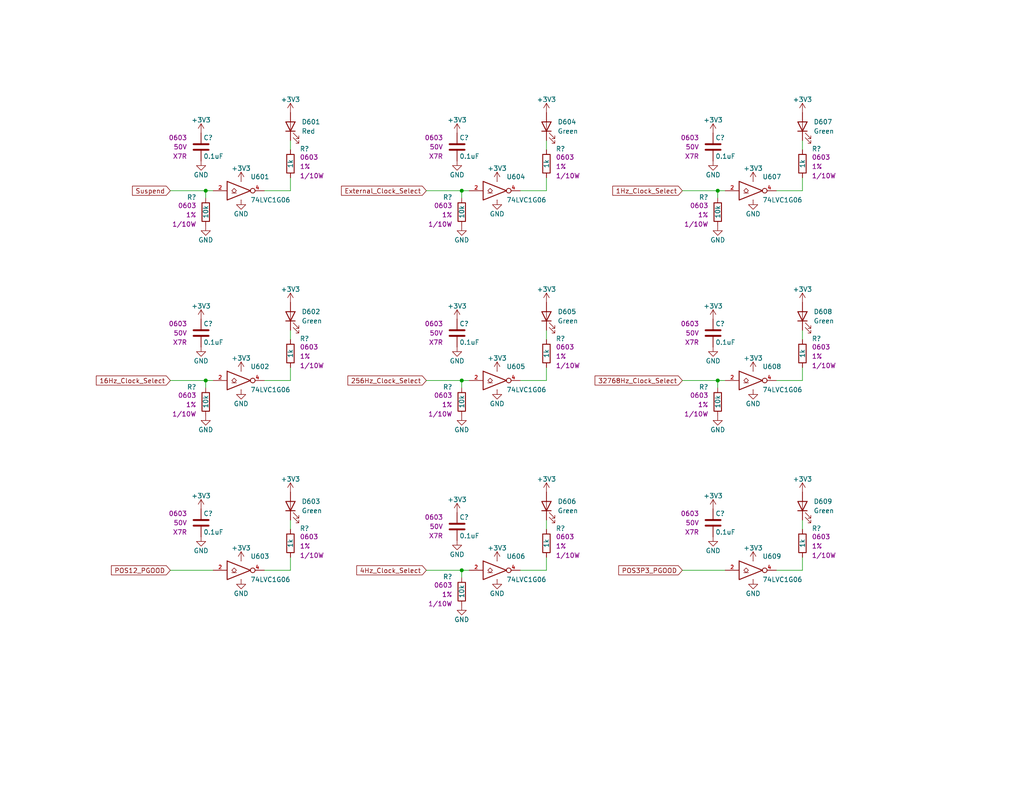
<source format=kicad_sch>
(kicad_sch (version 20230121) (generator eeschema)
  (paper "A")
  (title_block (title "Incrementor") (date "2019-09-03") (rev "A") (company "Drew Maatman"))
  (lib_symbols
    (symbol "Custom_Library:74LVC1G06_Power" (pin_names (offset 1.016))
      (property "Reference" "U" (at 2.54 3.81 0))
      (property "Value" "74LVC1G06_Power" (at 2.54 -2.54 0))
      (symbol "74LVC1G06_Power_0_1"
        (polyline (pts (xy -2.54 -0.635) (xy -1.27 -0.635)))
        (polyline (pts (xy -3.81 2.54) (xy -3.81 -2.54) (xy 2.54 0) (xy -3.81 2.54)) (stroke (width 0.254)))
        (polyline (pts (xy -1.905 0.635) (xy -2.54 0) (xy -1.905 -0.635) (xy -1.27 0) (xy -1.905 0.635)))
      )
      (symbol "74LVC1G06_Power_1_1"
        (pin input line (at -7.62 0 0) (length 3.81) (name "~") (number "2"))
        (pin power_in line (at 0 -2.54 270) (length 0) (name "GND") (number "3"))
        (pin open_collector inverted (at 6.35 0 180) (length 3.81) (name "~") (number "4"))
        (pin power_in line (at 0 2.54 90) (length 0) (name "VCC") (number "5"))
      )
    )
    (symbol "Custom_Library:C_Custom" (pin_numbers hide) (pin_names (offset 0.254))
      (property "Reference" "C" (at 0.635 2.54 0))
      (property "Value" "C_Custom" (at 0.635 -2.54 0))
      (property "display_footprint" "Foot" (at -3.81 2.54 0))
      (property "Voltage" "V" (at -3.81 0 0))
      (property "Dielectric" "Er" (at -3.81 -2.54 0))
      (symbol "C_Custom_0_1"
        (polyline (pts (xy -2.032 -0.762) (xy 2.032 -0.762)) (stroke (width 0.508)))
        (polyline (pts (xy -2.032 0.762) (xy 2.032 0.762)) (stroke (width 0.508)))
      )
      (symbol "C_Custom_1_1"
        (pin passive line (at 0 3.81 270) (length 2.794) (name "~") (number "1"))
        (pin passive line (at 0 -3.81 90) (length 2.794) (name "~") (number "2"))
      )
    )
    (symbol "Custom_Library:R_Custom" (pin_numbers hide) (pin_names (offset 1.016) hide)
      (property "Reference" "R" (at -2.54 0 90))
      (property "Value" "R_Custom" (at 0 0 90))
      (property "display_footprint" "Foot" (at 2.54 0 90))
      (property "Tolerance" "Tol" (at 5.08 0 90))
      (property "Wattage" "W" (at 7.62 0 90))
      (symbol "R_Custom_0_1"
        (rectangle (start 1.016 2.54) (end -1.016 -2.54) (stroke (width 0.254)))
      )
      (symbol "R_Custom_1_1"
        (pin passive line (at 0 3.81 270) (length 1.27) (name "1") (number "1"))
        (pin passive line (at 0 -3.81 90) (length 1.27) (name "2") (number "2"))
      )
    )
    (symbol "Device:LED" (pin_numbers hide) (pin_names (offset 1.016) hide)
      (property "Reference" "D" (at 0 2.54 0))
      (property "Value" "LED" (at 0 -2.54 0))
      (symbol "LED_0_1"
        (polyline (pts (xy -1.27 -1.27) (xy -1.27 1.27)) (stroke (width 0.254)))
        (polyline (pts (xy -1.27 0) (xy 1.27 0)))
        (polyline (pts (xy 1.27 -1.27) (xy 1.27 1.27) (xy -1.27 0) (xy 1.27 -1.27)) (stroke (width 0.254)))
        (polyline (pts (xy -3.048 -0.762) (xy -4.572 -2.286) (xy -3.81 -2.286) (xy -4.572 -2.286) (xy -4.572 -1.524)))
        (polyline (pts (xy -1.778 -0.762) (xy -3.302 -2.286) (xy -2.54 -2.286) (xy -3.302 -2.286) (xy -3.302 -1.524)))
      )
      (symbol "LED_1_1"
        (pin passive line (at -3.81 0 0) (length 2.54) (name "K") (number "1"))
        (pin passive line (at 3.81 0 180) (length 2.54) (name "A") (number "2"))
      )
    )
    (symbol "Incrementor-rescue:+3.3V-power" (power) (pin_names (offset 0))
      (property "Value" "+3.3V-power" (at 0 3.556 0))
      (symbol "+3.3V-power_0_1"
        (polyline (pts (xy -0.762 1.27) (xy 0 2.54)))
        (polyline (pts (xy 0 0) (xy 0 2.54)))
        (polyline (pts (xy 0 2.54) (xy 0.762 1.27)))
      )
      (symbol "+3.3V-power_1_1"
        (pin power_in line (at 0 0 90) (length 0) hide (name "+3V3") (number "1"))
      )
    )
    (symbol "power:GND" (power) (pin_names (offset 0))
      (property "Value" "GND" (at 0 -3.81 0))
      (symbol "GND_0_1"
        (polyline (pts (xy 0 0) (xy 0 -1.27) (xy 1.27 -1.27) (xy 0 -2.54) (xy -1.27 -1.27) (xy 0 -1.27)))
      )
      (symbol "GND_1_1"
        (pin power_in line (at 0 0 270) (length 0) hide (name "GND") (number "1"))
      )
    )
  )
  (junction (at 125.984 155.702))
  (junction (at 125.984 52.07))
  (junction (at 195.834 103.886))
  (junction (at 195.834 52.07))
  (junction (at 56.134 103.886))
  (junction (at 125.984 103.886))
  (junction (at 56.134 52.07))
  (wire (pts (xy 125.984 52.07) (xy 128.016 52.07)))
  (wire (pts (xy 46.482 52.07) (xy 56.134 52.07)))
  (wire (pts (xy 149.098 90.17) (xy 149.098 92.71)))
  (wire (pts (xy 149.098 38.354) (xy 149.098 40.894)))
  (wire (pts (xy 125.984 157.734) (xy 125.984 155.702)))
  (wire (pts (xy 79.248 90.17) (xy 79.248 92.71)))
  (wire (pts (xy 56.134 105.918) (xy 56.134 103.886)))
  (wire (pts (xy 195.834 103.886) (xy 197.866 103.886)))
  (wire (pts (xy 218.948 48.514) (xy 218.948 52.07)))
  (wire (pts (xy 218.948 155.702) (xy 211.836 155.702)))
  (wire (pts (xy 218.948 141.986) (xy 218.948 144.526)))
  (wire (pts (xy 116.332 52.07) (xy 125.984 52.07)))
  (wire (pts (xy 125.984 155.702) (xy 128.016 155.702)))
  (wire (pts (xy 56.134 52.07) (xy 58.166 52.07)))
  (wire (pts (xy 79.248 48.514) (xy 79.248 52.07)))
  (wire (pts (xy 218.948 100.33) (xy 218.948 103.886)))
  (wire (pts (xy 79.248 52.07) (xy 72.136 52.07)))
  (wire (pts (xy 149.098 141.986) (xy 149.098 144.526)))
  (wire (pts (xy 56.134 54.102) (xy 56.134 52.07)))
  (wire (pts (xy 79.248 100.33) (xy 79.248 103.886)))
  (wire (pts (xy 79.248 152.146) (xy 79.248 155.702)))
  (wire (pts (xy 46.482 103.886) (xy 56.134 103.886)))
  (wire (pts (xy 149.098 100.33) (xy 149.098 103.886)))
  (wire (pts (xy 195.834 54.102) (xy 195.834 52.07)))
  (wire (pts (xy 195.834 105.918) (xy 195.834 103.886)))
  (wire (pts (xy 79.248 38.354) (xy 79.248 40.894)))
  (wire (pts (xy 186.182 103.886) (xy 195.834 103.886)))
  (wire (pts (xy 218.948 90.17) (xy 218.948 92.71)))
  (wire (pts (xy 149.098 48.514) (xy 149.098 52.07)))
  (wire (pts (xy 56.134 103.886) (xy 58.166 103.886)))
  (wire (pts (xy 125.984 105.918) (xy 125.984 103.886)))
  (wire (pts (xy 116.332 155.702) (xy 125.984 155.702)))
  (wire (pts (xy 149.098 152.146) (xy 149.098 155.702)))
  (wire (pts (xy 79.248 141.986) (xy 79.248 144.526)))
  (wire (pts (xy 218.948 152.146) (xy 218.948 155.702)))
  (wire (pts (xy 149.098 155.702) (xy 141.986 155.702)))
  (wire (pts (xy 79.248 155.702) (xy 72.136 155.702)))
  (wire (pts (xy 79.248 103.886) (xy 72.136 103.886)))
  (wire (pts (xy 218.948 103.886) (xy 211.836 103.886)))
  (wire (pts (xy 218.948 38.354) (xy 218.948 40.894)))
  (wire (pts (xy 125.984 103.886) (xy 128.016 103.886)))
  (wire (pts (xy 197.866 155.702) (xy 186.182 155.702)))
  (wire (pts (xy 149.098 52.07) (xy 141.986 52.07)))
  (wire (pts (xy 149.098 103.886) (xy 141.986 103.886)))
  (wire (pts (xy 186.182 52.07) (xy 195.834 52.07)))
  (wire (pts (xy 125.984 54.102) (xy 125.984 52.07)))
  (wire (pts (xy 58.166 155.702) (xy 46.482 155.702)))
  (wire (pts (xy 116.332 103.886) (xy 125.984 103.886)))
  (wire (pts (xy 195.834 52.07) (xy 197.866 52.07)))
  (wire (pts (xy 218.948 52.07) (xy 211.836 52.07)))
  (global_label "POS12_PGOOD" (shape input) (at 46.482 155.702 180) (property "Intersheetrefs" "${INTERSHEET_REFS}" (effects hide)))
  (global_label "4Hz_Clock_Select" (shape input) (at 116.332 155.702 180) (property "Intersheetrefs" "${INTERSHEET_REFS}" (effects hide)))
  (global_label "1Hz_Clock_Select" (shape input) (at 186.182 52.07 180) (property "Intersheetrefs" "${INTERSHEET_REFS}" (effects hide)))
  (global_label "External_Clock_Select" (shape input) (at 116.332 52.07 180) (property "Intersheetrefs" "${INTERSHEET_REFS}" (effects hide)))
  (global_label "Suspend" (shape input) (at 46.482 52.07 180) (property "Intersheetrefs" "${INTERSHEET_REFS}" (effects hide)))
  (global_label "POS3P3_PGOOD" (shape input) (at 186.182 155.702 180) (property "Intersheetrefs" "${INTERSHEET_REFS}" (effects hide)))
  (global_label "32768Hz_Clock_Select" (shape input) (at 186.182 103.886 180) (property "Intersheetrefs" "${INTERSHEET_REFS}" (effects hide)))
  (global_label "256Hz_Clock_Select" (shape input) (at 116.332 103.886 180) (property "Intersheetrefs" "${INTERSHEET_REFS}" (effects hide)))
  (global_label "16Hz_Clock_Select" (shape input) (at 46.482 103.886 180) (property "Intersheetrefs" "${INTERSHEET_REFS}" (effects hide)))
  (symbol (lib_id "Custom_Library:74LVC1G06_Power") (at 65.786 155.702 0) (unit 1)
    (property "Reference" "U603" (at 68.326 151.892 0) (effects (justify left)))
    (property "Value" "74LVC1G06" (at 68.326 158.242 0) (effects (justify left)))
    (property "Footprint" "TO_SOT_Packages_SMD:SOT-353_SC-70-5" (effects hide))
    (property "Datasheet" "http://www.ti.com/lit/ds/symlink/sn74lvc1g06.pdf" (effects hide))
    (property "Digi-Key PN" "296-8484-1-ND" (effects hide))
  )
  (symbol (lib_id "power:GND") (at 65.786 158.242 0) (unit 1)
    (property "Reference" "#PWR0614" (effects hide))
    (property "Value" "GND" (at 65.786 162.052 0))
  )
  (symbol (lib_id "Incrementor-rescue:+3.3V-power") (at 65.786 153.162 0) (unit 1)
    (property "Reference" "#PWR0613" (effects hide))
    (property "Value" "+3.3V" (at 65.786 149.606 0))
  )
  (symbol (lib_id "Custom_Library:R_Custom") (at 79.248 148.336 0) (unit 1)
    (property "Reference" "R?" (at 81.788 144.272 0) (effects (justify left)))
    (property "Value" "1k" (at 79.248 148.336 90))
    (property "Footprint" "Resistors_SMD:R_0603" (effects hide))
    (property "display_footprint" "0603" (at 81.788 146.558 0) (effects (justify left)))
    (property "Tolerance" "1%" (at 81.788 149.098 0) (effects (justify left)))
    (property "Wattage" "1/10W" (at 81.788 151.638 0) (effects (justify left)))
    (property "Digi-Key PN" "RHM1.0KDCT-ND" (effects hide))
    (instances (project "Incrementor" (path "" (reference "R?") (unit 1)) (path "" (reference "R?") (unit 1)) (path "" (reference "R605") (unit 1))))
  )
  (symbol (lib_id "Device:LED") (at 79.248 138.176 90) (unit 1)
    (property "Reference" "D603" (at 82.296 136.906 90) (effects (justify right)))
    (property "Value" "Green" (at 82.296 139.446 90) (effects (justify right)))
    (property "Footprint" "LEDs:LED_0603" (effects hide))
    (property "Digi-Key PN" "160-1446-1-ND" (effects hide))
  )
  (symbol (lib_id "Incrementor-rescue:+3.3V-power") (at 79.248 134.366 0) (unit 1)
    (property "Reference" "#PWR0617" (effects hide))
    (property "Value" "+3.3V" (at 79.248 130.81 0))
  )
  (symbol (lib_id "Custom_Library:C_Custom") (at 54.864 142.748 0) (unit 1)
    (property "Reference" "C?" (at 55.499 140.208 0) (effects (justify left)))
    (property "Value" "0.1uF" (at 55.499 145.288 0) (effects (justify left)))
    (property "Footprint" "Capacitors_SMD:C_0603" (effects hide))
    (property "display_footprint" "0603" (at 51.054 140.208 0) (effects (justify right)))
    (property "Voltage" "50V" (at 51.054 142.748 0) (effects (justify right)))
    (property "Dielectric" "X7R" (at 51.054 145.288 0) (effects (justify right)))
    (property "Digi-Key PN" "311-1344-1-ND" (effects hide))
    (instances (project "Incrementor" (path "" (reference "C?") (unit 1)) (path "" (reference "C603") (unit 1)) (path "" (reference "C?") (unit 1)) (path "" (reference "C?") (unit 1))))
  )
  (symbol (lib_id "power:GND") (at 54.864 146.558 0) (unit 1)
    (property "Reference" "#PWR0606" (effects hide))
    (property "Value" "GND" (at 54.864 150.368 0))
  )
  (symbol (lib_id "Incrementor-rescue:+3.3V-power") (at 54.864 138.938 0) (unit 1)
    (property "Reference" "#PWR0605" (effects hide))
    (property "Value" "+3.3V" (at 54.864 135.382 0))
  )
  (symbol (lib_id "Custom_Library:74LVC1G06_Power") (at 65.786 52.07 0) (unit 1)
    (property "Reference" "U601" (at 68.326 48.26 0) (effects (justify left)))
    (property "Value" "74LVC1G06" (at 68.326 54.61 0) (effects (justify left)))
    (property "Footprint" "TO_SOT_Packages_SMD:SOT-353_SC-70-5" (effects hide))
    (property "Datasheet" "http://www.ti.com/lit/ds/symlink/sn74lvc1g06.pdf" (effects hide))
    (property "Digi-Key PN" "296-8484-1-ND" (effects hide))
  )
  (symbol (lib_id "power:GND") (at 65.786 54.61 0) (unit 1)
    (property "Reference" "#PWR0610" (effects hide))
    (property "Value" "GND" (at 65.786 58.42 0))
  )
  (symbol (lib_id "Incrementor-rescue:+3.3V-power") (at 65.786 49.53 0) (unit 1)
    (property "Reference" "#PWR0609" (effects hide))
    (property "Value" "+3.3V" (at 65.786 45.974 0))
  )
  (symbol (lib_id "Custom_Library:R_Custom") (at 56.134 57.912 0) (mirror y) (unit 1)
    (property "Reference" "R?" (at 53.594 53.848 0) (effects (justify left)))
    (property "Value" "10k" (at 56.134 59.69 90) (effects (justify left)))
    (property "Footprint" "Resistors_SMD:R_0603" (effects hide))
    (property "display_footprint" "0603" (at 53.594 56.134 0) (effects (justify left)))
    (property "Tolerance" "1%" (at 53.594 58.674 0) (effects (justify left)))
    (property "Wattage" "1/10W" (at 53.594 61.214 0) (effects (justify left)))
    (property "Digi-Key PN" "RMCF0603FT10K0CT-ND" (effects hide))
    (instances (project "Incrementor" (path "" (reference "R?") (unit 1)) (path "" (reference "R?") (unit 1)) (path "" (reference "R601") (unit 1))))
  )
  (symbol (lib_id "power:GND") (at 56.134 61.722 0) (unit 1)
    (property "Reference" "#PWR0607" (effects hide))
    (property "Value" "GND" (at 56.134 65.532 0))
  )
  (symbol (lib_id "Custom_Library:R_Custom") (at 79.248 44.704 0) (unit 1)
    (property "Reference" "R?" (at 81.788 40.64 0) (effects (justify left)))
    (property "Value" "1k" (at 79.248 44.704 90))
    (property "Footprint" "Resistors_SMD:R_0603" (effects hide))
    (property "display_footprint" "0603" (at 81.788 42.926 0) (effects (justify left)))
    (property "Tolerance" "1%" (at 81.788 45.466 0) (effects (justify left)))
    (property "Wattage" "1/10W" (at 81.788 48.006 0) (effects (justify left)))
    (property "Digi-Key PN" "RHM1.0KDCT-ND" (effects hide))
    (instances (project "Incrementor" (path "" (reference "R?") (unit 1)) (path "" (reference "R?") (unit 1)) (path "" (reference "R603") (unit 1))))
  )
  (symbol (lib_id "Device:LED") (at 79.248 34.544 90) (unit 1)
    (property "Reference" "D601" (at 82.296 33.274 90) (effects (justify right)))
    (property "Value" "Red" (at 82.296 35.814 90) (effects (justify right)))
    (property "Footprint" "LEDs:LED_0603" (effects hide))
    (property "Digi-Key PN" "160-1447-1-ND" (effects hide))
  )
  (symbol (lib_id "Incrementor-rescue:+3.3V-power") (at 79.248 30.734 0) (unit 1)
    (property "Reference" "#PWR0615" (effects hide))
    (property "Value" "+3.3V" (at 79.248 27.178 0))
  )
  (symbol (lib_id "Custom_Library:74LVC1G06_Power") (at 135.636 52.07 0) (unit 1)
    (property "Reference" "U604" (at 138.176 48.26 0) (effects (justify left)))
    (property "Value" "74LVC1G06" (at 138.176 54.61 0) (effects (justify left)))
    (property "Footprint" "TO_SOT_Packages_SMD:SOT-353_SC-70-5" (effects hide))
    (property "Datasheet" "http://www.ti.com/lit/ds/symlink/sn74lvc1g06.pdf" (effects hide))
    (property "Digi-Key PN" "296-8484-1-ND" (effects hide))
  )
  (symbol (lib_id "power:GND") (at 135.636 54.61 0) (unit 1)
    (property "Reference" "#PWR0628" (effects hide))
    (property "Value" "GND" (at 135.636 58.42 0))
  )
  (symbol (lib_id "Incrementor-rescue:+3.3V-power") (at 135.636 49.53 0) (unit 1)
    (property "Reference" "#PWR0627" (effects hide))
    (property "Value" "+3.3V" (at 135.636 45.974 0))
  )
  (symbol (lib_id "Custom_Library:R_Custom") (at 125.984 57.912 0) (mirror y) (unit 1)
    (property "Reference" "R?" (at 123.444 53.848 0) (effects (justify left)))
    (property "Value" "10k" (at 125.984 59.69 90) (effects (justify left)))
    (property "Footprint" "Resistors_SMD:R_0603" (effects hide))
    (property "display_footprint" "0603" (at 123.444 56.134 0) (effects (justify left)))
    (property "Tolerance" "1%" (at 123.444 58.674 0) (effects (justify left)))
    (property "Wattage" "1/10W" (at 123.444 61.214 0) (effects (justify left)))
    (property "Digi-Key PN" "RMCF0603FT10K0CT-ND" (effects hide))
    (instances (project "Incrementor" (path "" (reference "R?") (unit 1)) (path "" (reference "R?") (unit 1)) (path "" (reference "R606") (unit 1))))
  )
  (symbol (lib_id "power:GND") (at 125.984 61.722 0) (unit 1)
    (property "Reference" "#PWR0624" (effects hide))
    (property "Value" "GND" (at 125.984 65.532 0))
  )
  (symbol (lib_id "Custom_Library:R_Custom") (at 149.098 44.704 0) (unit 1)
    (property "Reference" "R?" (at 151.638 40.64 0) (effects (justify left)))
    (property "Value" "1k" (at 149.098 44.704 90))
    (property "Footprint" "Resistors_SMD:R_0603" (effects hide))
    (property "display_footprint" "0603" (at 151.638 42.926 0) (effects (justify left)))
    (property "Tolerance" "1%" (at 151.638 45.466 0) (effects (justify left)))
    (property "Wattage" "1/10W" (at 151.638 48.006 0) (effects (justify left)))
    (property "Digi-Key PN" "RHM1.0KDCT-ND" (effects hide))
    (instances (project "Incrementor" (path "" (reference "R?") (unit 1)) (path "" (reference "R?") (unit 1)) (path "" (reference "R609") (unit 1))))
  )
  (symbol (lib_id "Device:LED") (at 149.098 34.544 90) (unit 1)
    (property "Reference" "D604" (at 152.146 33.274 90) (effects (justify right)))
    (property "Value" "Green" (at 152.146 35.814 90) (effects (justify right)))
    (property "Footprint" "LEDs:LED_0603" (effects hide))
    (property "Digi-Key PN" "160-1446-1-ND" (effects hide))
  )
  (symbol (lib_id "Incrementor-rescue:+3.3V-power") (at 149.098 30.734 0) (unit 1)
    (property "Reference" "#PWR0633" (effects hide))
    (property "Value" "+3.3V" (at 149.098 27.178 0))
  )
  (symbol (lib_id "Custom_Library:74LVC1G06_Power") (at 205.486 52.07 0) (unit 1)
    (property "Reference" "U607" (at 208.026 48.26 0) (effects (justify left)))
    (property "Value" "74LVC1G06" (at 208.026 54.61 0) (effects (justify left)))
    (property "Footprint" "TO_SOT_Packages_SMD:SOT-353_SC-70-5" (effects hide))
    (property "Datasheet" "http://www.ti.com/lit/ds/symlink/sn74lvc1g06.pdf" (effects hide))
    (property "Digi-Key PN" "296-8484-1-ND" (effects hide))
  )
  (symbol (lib_id "power:GND") (at 205.486 54.61 0) (unit 1)
    (property "Reference" "#PWR0645" (effects hide))
    (property "Value" "GND" (at 205.486 58.42 0))
  )
  (symbol (lib_id "Incrementor-rescue:+3.3V-power") (at 205.486 49.53 0) (unit 1)
    (property "Reference" "#PWR0644" (effects hide))
    (property "Value" "+3.3V" (at 205.486 45.974 0))
  )
  (symbol (lib_id "Custom_Library:R_Custom") (at 195.834 57.912 0) (mirror y) (unit 1)
    (property "Reference" "R?" (at 193.294 53.848 0) (effects (justify left)))
    (property "Value" "10k" (at 195.834 59.69 90) (effects (justify left)))
    (property "Footprint" "Resistors_SMD:R_0603" (effects hide))
    (property "display_footprint" "0603" (at 193.294 56.134 0) (effects (justify left)))
    (property "Tolerance" "1%" (at 193.294 58.674 0) (effects (justify left)))
    (property "Wattage" "1/10W" (at 193.294 61.214 0) (effects (justify left)))
    (property "Digi-Key PN" "RMCF0603FT10K0CT-ND" (effects hide))
    (instances (project "Incrementor" (path "" (reference "R?") (unit 1)) (path "" (reference "R?") (unit 1)) (path "" (reference "R612") (unit 1))))
  )
  (symbol (lib_id "power:GND") (at 195.834 61.722 0) (unit 1)
    (property "Reference" "#PWR0642" (effects hide))
    (property "Value" "GND" (at 195.834 65.532 0))
  )
  (symbol (lib_id "Custom_Library:R_Custom") (at 218.948 44.704 0) (unit 1)
    (property "Reference" "R?" (at 221.488 40.64 0) (effects (justify left)))
    (property "Value" "1k" (at 218.948 44.704 90))
    (property "Footprint" "Resistors_SMD:R_0603" (effects hide))
    (property "display_footprint" "0603" (at 221.488 42.926 0) (effects (justify left)))
    (property "Tolerance" "1%" (at 221.488 45.466 0) (effects (justify left)))
    (property "Wattage" "1/10W" (at 221.488 48.006 0) (effects (justify left)))
    (property "Digi-Key PN" "RHM1.0KDCT-ND" (effects hide))
    (instances (project "Incrementor" (path "" (reference "R?") (unit 1)) (path "" (reference "R?") (unit 1)) (path "" (reference "R614") (unit 1))))
  )
  (symbol (lib_id "Device:LED") (at 218.948 34.544 90) (unit 1)
    (property "Reference" "D607" (at 221.996 33.274 90) (effects (justify right)))
    (property "Value" "Green" (at 221.996 35.814 90) (effects (justify right)))
    (property "Footprint" "LEDs:LED_0603" (effects hide))
    (property "Digi-Key PN" "160-1446-1-ND" (effects hide))
  )
  (symbol (lib_id "Incrementor-rescue:+3.3V-power") (at 218.948 30.734 0) (unit 1)
    (property "Reference" "#PWR0650" (effects hide))
    (property "Value" "+3.3V" (at 218.948 27.178 0))
  )
  (symbol (lib_id "Incrementor-rescue:+3.3V-power") (at 218.948 82.55 0) (unit 1)
    (property "Reference" "#PWR0651" (effects hide))
    (property "Value" "+3.3V" (at 218.948 78.994 0))
  )
  (symbol (lib_id "Custom_Library:74LVC1G06_Power") (at 135.636 155.702 0) (unit 1)
    (property "Reference" "U606" (at 138.176 151.892 0) (effects (justify left)))
    (property "Value" "74LVC1G06" (at 138.176 158.242 0) (effects (justify left)))
    (property "Footprint" "TO_SOT_Packages_SMD:SOT-353_SC-70-5" (effects hide))
    (property "Datasheet" "http://www.ti.com/lit/ds/symlink/sn74lvc1g06.pdf" (effects hide))
    (property "Digi-Key PN" "296-8484-1-ND" (effects hide))
  )
  (symbol (lib_id "power:GND") (at 135.636 158.242 0) (unit 1)
    (property "Reference" "#PWR0632" (effects hide))
    (property "Value" "GND" (at 135.636 162.052 0))
  )
  (symbol (lib_id "Incrementor-rescue:+3.3V-power") (at 135.636 153.162 0) (unit 1)
    (property "Reference" "#PWR0631" (effects hide))
    (property "Value" "+3.3V" (at 135.636 149.606 0))
  )
  (symbol (lib_id "Custom_Library:R_Custom") (at 125.984 161.544 0) (mirror y) (unit 1)
    (property "Reference" "R?" (at 123.444 157.48 0) (effects (justify left)))
    (property "Value" "10k" (at 125.984 163.322 90) (effects (justify left)))
    (property "Footprint" "Resistors_SMD:R_0603" (effects hide))
    (property "display_footprint" "0603" (at 123.444 159.766 0) (effects (justify left)))
    (property "Tolerance" "1%" (at 123.444 162.306 0) (effects (justify left)))
    (property "Wattage" "1/10W" (at 123.444 164.846 0) (effects (justify left)))
    (property "Digi-Key PN" "RMCF0603FT10K0CT-ND" (effects hide))
    (instances (project "Incrementor" (path "" (reference "R?") (unit 1)) (path "" (reference "R?") (unit 1)) (path "" (reference "R608") (unit 1))))
  )
  (symbol (lib_id "power:GND") (at 125.984 165.354 0) (unit 1)
    (property "Reference" "#PWR0626" (effects hide))
    (property "Value" "GND" (at 125.984 169.164 0))
  )
  (symbol (lib_id "Custom_Library:R_Custom") (at 149.098 148.336 0) (unit 1)
    (property "Reference" "R?" (at 151.638 144.272 0) (effects (justify left)))
    (property "Value" "1k" (at 149.098 148.336 90))
    (property "Footprint" "Resistors_SMD:R_0603" (effects hide))
    (property "display_footprint" "0603" (at 151.638 146.558 0) (effects (justify left)))
    (property "Tolerance" "1%" (at 151.638 149.098 0) (effects (justify left)))
    (property "Wattage" "1/10W" (at 151.638 151.638 0) (effects (justify left)))
    (property "Digi-Key PN" "RHM1.0KDCT-ND" (effects hide))
    (instances (project "Incrementor" (path "" (reference "R?") (unit 1)) (path "" (reference "R?") (unit 1)) (path "" (reference "R611") (unit 1))))
  )
  (symbol (lib_id "Device:LED") (at 149.098 138.176 90) (unit 1)
    (property "Reference" "D606" (at 152.146 136.906 90) (effects (justify right)))
    (property "Value" "Green" (at 152.146 139.446 90) (effects (justify right)))
    (property "Footprint" "LEDs:LED_0603" (effects hide))
    (property "Digi-Key PN" "160-1446-1-ND" (effects hide))
  )
  (symbol (lib_id "Incrementor-rescue:+3.3V-power") (at 149.098 134.366 0) (unit 1)
    (property "Reference" "#PWR0635" (effects hide))
    (property "Value" "+3.3V" (at 149.098 130.81 0))
  )
  (symbol (lib_id "Custom_Library:74LVC1G06_Power") (at 65.786 103.886 0) (unit 1)
    (property "Reference" "U602" (at 68.326 100.076 0) (effects (justify left)))
    (property "Value" "74LVC1G06" (at 68.326 106.426 0) (effects (justify left)))
    (property "Footprint" "TO_SOT_Packages_SMD:SOT-353_SC-70-5" (effects hide))
    (property "Datasheet" "http://www.ti.com/lit/ds/symlink/sn74lvc1g06.pdf" (effects hide))
    (property "Digi-Key PN" "296-8484-1-ND" (effects hide))
  )
  (symbol (lib_id "power:GND") (at 65.786 106.426 0) (unit 1)
    (property "Reference" "#PWR0612" (effects hide))
    (property "Value" "GND" (at 65.786 110.236 0))
  )
  (symbol (lib_id "Incrementor-rescue:+3.3V-power") (at 65.786 101.346 0) (unit 1)
    (property "Reference" "#PWR0611" (effects hide))
    (property "Value" "+3.3V" (at 65.786 97.79 0))
  )
  (symbol (lib_id "Custom_Library:R_Custom") (at 56.134 109.728 0) (mirror y) (unit 1)
    (property "Reference" "R?" (at 53.594 105.664 0) (effects (justify left)))
    (property "Value" "10k" (at 56.134 111.506 90) (effects (justify left)))
    (property "Footprint" "Resistors_SMD:R_0603" (effects hide))
    (property "display_footprint" "0603" (at 53.594 107.95 0) (effects (justify left)))
    (property "Tolerance" "1%" (at 53.594 110.49 0) (effects (justify left)))
    (property "Wattage" "1/10W" (at 53.594 113.03 0) (effects (justify left)))
    (property "Digi-Key PN" "RMCF0603FT10K0CT-ND" (effects hide))
    (instances (project "Incrementor" (path "" (reference "R?") (unit 1)) (path "" (reference "R?") (unit 1)) (path "" (reference "R602") (unit 1))))
  )
  (symbol (lib_id "power:GND") (at 56.134 113.538 0) (unit 1)
    (property "Reference" "#PWR0608" (effects hide))
    (property "Value" "GND" (at 56.134 117.348 0))
  )
  (symbol (lib_id "Custom_Library:R_Custom") (at 79.248 96.52 0) (unit 1)
    (property "Reference" "R?" (at 81.788 92.456 0) (effects (justify left)))
    (property "Value" "1k" (at 79.248 96.52 90))
    (property "Footprint" "Resistors_SMD:R_0603" (effects hide))
    (property "display_footprint" "0603" (at 81.788 94.742 0) (effects (justify left)))
    (property "Tolerance" "1%" (at 81.788 97.282 0) (effects (justify left)))
    (property "Wattage" "1/10W" (at 81.788 99.822 0) (effects (justify left)))
    (property "Digi-Key PN" "RHM1.0KDCT-ND" (effects hide))
    (instances (project "Incrementor" (path "" (reference "R?") (unit 1)) (path "" (reference "R?") (unit 1)) (path "" (reference "R604") (unit 1))))
  )
  (symbol (lib_id "Device:LED") (at 79.248 86.36 90) (unit 1)
    (property "Reference" "D602" (at 82.296 85.09 90) (effects (justify right)))
    (property "Value" "Green" (at 82.296 87.63 90) (effects (justify right)))
    (property "Footprint" "LEDs:LED_0603" (effects hide))
    (property "Digi-Key PN" "160-1446-1-ND" (effects hide))
  )
  (symbol (lib_id "Incrementor-rescue:+3.3V-power") (at 79.248 82.55 0) (unit 1)
    (property "Reference" "#PWR0616" (effects hide))
    (property "Value" "+3.3V" (at 79.248 78.994 0))
  )
  (symbol (lib_id "Custom_Library:74LVC1G06_Power") (at 135.636 103.886 0) (unit 1)
    (property "Reference" "U605" (at 138.176 100.076 0) (effects (justify left)))
    (property "Value" "74LVC1G06" (at 138.176 106.426 0) (effects (justify left)))
    (property "Footprint" "TO_SOT_Packages_SMD:SOT-353_SC-70-5" (effects hide))
    (property "Datasheet" "http://www.ti.com/lit/ds/symlink/sn74lvc1g06.pdf" (effects hide))
    (property "Digi-Key PN" "296-8484-1-ND" (effects hide))
  )
  (symbol (lib_id "power:GND") (at 135.636 106.426 0) (unit 1)
    (property "Reference" "#PWR0630" (effects hide))
    (property "Value" "GND" (at 135.636 110.236 0))
  )
  (symbol (lib_id "Incrementor-rescue:+3.3V-power") (at 135.636 101.346 0) (unit 1)
    (property "Reference" "#PWR0629" (effects hide))
    (property "Value" "+3.3V" (at 135.636 97.79 0))
  )
  (symbol (lib_id "Custom_Library:R_Custom") (at 125.984 109.728 0) (mirror y) (unit 1)
    (property "Reference" "R?" (at 123.444 105.664 0) (effects (justify left)))
    (property "Value" "10k" (at 125.984 111.506 90) (effects (justify left)))
    (property "Footprint" "Resistors_SMD:R_0603" (effects hide))
    (property "display_footprint" "0603" (at 123.444 107.95 0) (effects (justify left)))
    (property "Tolerance" "1%" (at 123.444 110.49 0) (effects (justify left)))
    (property "Wattage" "1/10W" (at 123.444 113.03 0) (effects (justify left)))
    (property "Digi-Key PN" "RMCF0603FT10K0CT-ND" (effects hide))
    (instances (project "Incrementor" (path "" (reference "R?") (unit 1)) (path "" (reference "R?") (unit 1)) (path "" (reference "R607") (unit 1))))
  )
  (symbol (lib_id "power:GND") (at 125.984 113.538 0) (unit 1)
    (property "Reference" "#PWR0625" (effects hide))
    (property "Value" "GND" (at 125.984 117.348 0))
  )
  (symbol (lib_id "Custom_Library:R_Custom") (at 149.098 96.52 0) (unit 1)
    (property "Reference" "R?" (at 151.638 92.456 0) (effects (justify left)))
    (property "Value" "1k" (at 149.098 96.52 90))
    (property "Footprint" "Resistors_SMD:R_0603" (effects hide))
    (property "display_footprint" "0603" (at 151.638 94.742 0) (effects (justify left)))
    (property "Tolerance" "1%" (at 151.638 97.282 0) (effects (justify left)))
    (property "Wattage" "1/10W" (at 151.638 99.822 0) (effects (justify left)))
    (property "Digi-Key PN" "RHM1.0KDCT-ND" (effects hide))
    (instances (project "Incrementor" (path "" (reference "R?") (unit 1)) (path "" (reference "R?") (unit 1)) (path "" (reference "R610") (unit 1))))
  )
  (symbol (lib_id "Device:LED") (at 149.098 86.36 90) (unit 1)
    (property "Reference" "D605" (at 152.146 85.09 90) (effects (justify right)))
    (property "Value" "Green" (at 152.146 87.63 90) (effects (justify right)))
    (property "Footprint" "LEDs:LED_0603" (effects hide))
    (property "Digi-Key PN" "160-1446-1-ND" (effects hide))
  )
  (symbol (lib_id "Incrementor-rescue:+3.3V-power") (at 149.098 82.55 0) (unit 1)
    (property "Reference" "#PWR0634" (effects hide))
    (property "Value" "+3.3V" (at 149.098 78.994 0))
  )
  (symbol (lib_id "Custom_Library:74LVC1G06_Power") (at 205.486 103.886 0) (unit 1)
    (property "Reference" "U608" (at 208.026 100.076 0) (effects (justify left)))
    (property "Value" "74LVC1G06" (at 208.026 106.426 0) (effects (justify left)))
    (property "Footprint" "TO_SOT_Packages_SMD:SOT-353_SC-70-5" (effects hide))
    (property "Datasheet" "http://www.ti.com/lit/ds/symlink/sn74lvc1g06.pdf" (effects hide))
    (property "Digi-Key PN" "296-8484-1-ND" (effects hide))
  )
  (symbol (lib_id "power:GND") (at 205.486 106.426 0) (unit 1)
    (property "Reference" "#PWR0647" (effects hide))
    (property "Value" "GND" (at 205.486 110.236 0))
  )
  (symbol (lib_id "Incrementor-rescue:+3.3V-power") (at 205.486 101.346 0) (unit 1)
    (property "Reference" "#PWR0646" (effects hide))
    (property "Value" "+3.3V" (at 205.486 97.79 0))
  )
  (symbol (lib_id "Custom_Library:R_Custom") (at 195.834 109.728 0) (mirror y) (unit 1)
    (property "Reference" "R?" (at 193.294 105.664 0) (effects (justify left)))
    (property "Value" "10k" (at 195.834 111.506 90) (effects (justify left)))
    (property "Footprint" "Resistors_SMD:R_0603" (effects hide))
    (property "display_footprint" "0603" (at 193.294 107.95 0) (effects (justify left)))
    (property "Tolerance" "1%" (at 193.294 110.49 0) (effects (justify left)))
    (property "Wattage" "1/10W" (at 193.294 113.03 0) (effects (justify left)))
    (property "Digi-Key PN" "RMCF0603FT10K0CT-ND" (effects hide))
    (instances (project "Incrementor" (path "" (reference "R?") (unit 1)) (path "" (reference "R?") (unit 1)) (path "" (reference "R613") (unit 1))))
  )
  (symbol (lib_id "power:GND") (at 195.834 113.538 0) (unit 1)
    (property "Reference" "#PWR0643" (effects hide))
    (property "Value" "GND" (at 195.834 117.348 0))
  )
  (symbol (lib_id "Custom_Library:R_Custom") (at 218.948 96.52 0) (unit 1)
    (property "Reference" "R?" (at 221.488 92.456 0) (effects (justify left)))
    (property "Value" "1k" (at 218.948 96.52 90))
    (property "Footprint" "Resistors_SMD:R_0603" (effects hide))
    (property "display_footprint" "0603" (at 221.488 94.742 0) (effects (justify left)))
    (property "Tolerance" "1%" (at 221.488 97.282 0) (effects (justify left)))
    (property "Wattage" "1/10W" (at 221.488 99.822 0) (effects (justify left)))
    (property "Digi-Key PN" "RHM1.0KDCT-ND" (effects hide))
    (instances (project "Incrementor" (path "" (reference "R?") (unit 1)) (path "" (reference "R?") (unit 1)) (path "" (reference "R615") (unit 1))))
  )
  (symbol (lib_id "Device:LED") (at 218.948 86.36 90) (unit 1)
    (property "Reference" "D608" (at 221.996 85.09 90) (effects (justify right)))
    (property "Value" "Green" (at 221.996 87.63 90) (effects (justify right)))
    (property "Footprint" "LEDs:LED_0603" (effects hide))
    (property "Digi-Key PN" "160-1446-1-ND" (effects hide))
  )
  (symbol (lib_id "Custom_Library:74LVC1G06_Power") (at 205.486 155.702 0) (unit 1)
    (property "Reference" "U609" (at 208.026 151.892 0) (effects (justify left)))
    (property "Value" "74LVC1G06" (at 208.026 158.242 0) (effects (justify left)))
    (property "Footprint" "TO_SOT_Packages_SMD:SOT-353_SC-70-5" (effects hide))
    (property "Datasheet" "http://www.ti.com/lit/ds/symlink/sn74lvc1g06.pdf" (effects hide))
    (property "Digi-Key PN" "296-8484-1-ND" (effects hide))
  )
  (symbol (lib_id "power:GND") (at 205.486 158.242 0) (unit 1)
    (property "Reference" "#PWR0649" (effects hide))
    (property "Value" "GND" (at 205.486 162.052 0))
  )
  (symbol (lib_id "Incrementor-rescue:+3.3V-power") (at 205.486 153.162 0) (unit 1)
    (property "Reference" "#PWR0648" (effects hide))
    (property "Value" "+3.3V" (at 205.486 149.606 0))
  )
  (symbol (lib_id "Custom_Library:R_Custom") (at 218.948 148.336 0) (unit 1)
    (property "Reference" "R?" (at 221.488 144.272 0) (effects (justify left)))
    (property "Value" "1k" (at 218.948 148.336 90))
    (property "Footprint" "Resistors_SMD:R_0603" (effects hide))
    (property "display_footprint" "0603" (at 221.488 146.558 0) (effects (justify left)))
    (property "Tolerance" "1%" (at 221.488 149.098 0) (effects (justify left)))
    (property "Wattage" "1/10W" (at 221.488 151.638 0) (effects (justify left)))
    (property "Digi-Key PN" "RHM1.0KDCT-ND" (effects hide))
    (instances (project "Incrementor" (path "" (reference "R?") (unit 1)) (path "" (reference "R?") (unit 1)) (path "" (reference "R616") (unit 1))))
  )
  (symbol (lib_id "Device:LED") (at 218.948 138.176 90) (unit 1)
    (property "Reference" "D609" (at 221.996 136.906 90) (effects (justify right)))
    (property "Value" "Green" (at 221.996 139.446 90) (effects (justify right)))
    (property "Footprint" "LEDs:LED_0603" (effects hide))
    (property "Digi-Key PN" "160-1446-1-ND" (effects hide))
  )
  (symbol (lib_id "Incrementor-rescue:+3.3V-power") (at 218.948 134.366 0) (unit 1)
    (property "Reference" "#PWR0652" (effects hide))
    (property "Value" "+3.3V" (at 218.948 130.81 0))
  )
  (symbol (lib_id "Custom_Library:C_Custom") (at 54.864 40.132 0) (unit 1)
    (property "Reference" "C?" (at 55.499 37.592 0) (effects (justify left)))
    (property "Value" "0.1uF" (at 55.499 42.672 0) (effects (justify left)))
    (property "Footprint" "Capacitors_SMD:C_0603" (effects hide))
    (property "display_footprint" "0603" (at 51.054 37.592 0) (effects (justify right)))
    (property "Voltage" "50V" (at 51.054 40.132 0) (effects (justify right)))
    (property "Dielectric" "X7R" (at 51.054 42.672 0) (effects (justify right)))
    (property "Digi-Key PN" "311-1344-1-ND" (effects hide))
    (instances (project "Incrementor" (path "" (reference "C?") (unit 1)) (path "" (reference "C601") (unit 1)) (path "" (reference "C?") (unit 1)) (path "" (reference "C?") (unit 1))))
  )
  (symbol (lib_id "power:GND") (at 54.864 43.942 0) (unit 1)
    (property "Reference" "#PWR0602" (effects hide))
    (property "Value" "GND" (at 54.864 47.752 0))
  )
  (symbol (lib_id "Incrementor-rescue:+3.3V-power") (at 54.864 36.322 0) (unit 1)
    (property "Reference" "#PWR0601" (effects hide))
    (property "Value" "+3.3V" (at 54.864 32.766 0))
  )
  (symbol (lib_id "Custom_Library:C_Custom") (at 124.714 40.132 0) (unit 1)
    (property "Reference" "C?" (at 125.349 37.592 0) (effects (justify left)))
    (property "Value" "0.1uF" (at 125.349 42.672 0) (effects (justify left)))
    (property "Footprint" "Capacitors_SMD:C_0603" (effects hide))
    (property "display_footprint" "0603" (at 120.904 37.592 0) (effects (justify right)))
    (property "Voltage" "50V" (at 120.904 40.132 0) (effects (justify right)))
    (property "Dielectric" "X7R" (at 120.904 42.672 0) (effects (justify right)))
    (property "Digi-Key PN" "311-1344-1-ND" (effects hide))
    (instances (project "Incrementor" (path "" (reference "C?") (unit 1)) (path "" (reference "C604") (unit 1)) (path "" (reference "C?") (unit 1)) (path "" (reference "C?") (unit 1))))
  )
  (symbol (lib_id "power:GND") (at 124.714 43.942 0) (unit 1)
    (property "Reference" "#PWR0619" (effects hide))
    (property "Value" "GND" (at 124.714 47.752 0))
  )
  (symbol (lib_id "Incrementor-rescue:+3.3V-power") (at 124.714 36.322 0) (unit 1)
    (property "Reference" "#PWR0618" (effects hide))
    (property "Value" "+3.3V" (at 124.714 32.766 0))
  )
  (symbol (lib_id "Custom_Library:C_Custom") (at 194.564 40.132 0) (unit 1)
    (property "Reference" "C?" (at 195.199 37.592 0) (effects (justify left)))
    (property "Value" "0.1uF" (at 195.199 42.672 0) (effects (justify left)))
    (property "Footprint" "Capacitors_SMD:C_0603" (effects hide))
    (property "display_footprint" "0603" (at 190.754 37.592 0) (effects (justify right)))
    (property "Voltage" "50V" (at 190.754 40.132 0) (effects (justify right)))
    (property "Dielectric" "X7R" (at 190.754 42.672 0) (effects (justify right)))
    (property "Digi-Key PN" "311-1344-1-ND" (effects hide))
    (instances (project "Incrementor" (path "" (reference "C?") (unit 1)) (path "" (reference "C607") (unit 1)) (path "" (reference "C?") (unit 1)) (path "" (reference "C?") (unit 1))))
  )
  (symbol (lib_id "power:GND") (at 194.564 43.942 0) (unit 1)
    (property "Reference" "#PWR0637" (effects hide))
    (property "Value" "GND" (at 194.564 47.752 0))
  )
  (symbol (lib_id "Incrementor-rescue:+3.3V-power") (at 194.564 36.322 0) (unit 1)
    (property "Reference" "#PWR0636" (effects hide))
    (property "Value" "+3.3V" (at 194.564 32.766 0))
  )
  (symbol (lib_id "Custom_Library:C_Custom") (at 124.714 143.764 0) (unit 1)
    (property "Reference" "C?" (at 125.349 141.224 0) (effects (justify left)))
    (property "Value" "0.1uF" (at 125.349 146.304 0) (effects (justify left)))
    (property "Footprint" "Capacitors_SMD:C_0603" (effects hide))
    (property "display_footprint" "0603" (at 120.904 141.224 0) (effects (justify right)))
    (property "Voltage" "50V" (at 120.904 143.764 0) (effects (justify right)))
    (property "Dielectric" "X7R" (at 120.904 146.304 0) (effects (justify right)))
    (property "Digi-Key PN" "311-1344-1-ND" (effects hide))
    (instances (project "Incrementor" (path "" (reference "C?") (unit 1)) (path "" (reference "C606") (unit 1)) (path "" (reference "C?") (unit 1)) (path "" (reference "C?") (unit 1))))
  )
  (symbol (lib_id "power:GND") (at 124.714 147.574 0) (unit 1)
    (property "Reference" "#PWR0623" (effects hide))
    (property "Value" "GND" (at 124.714 151.384 0))
  )
  (symbol (lib_id "Incrementor-rescue:+3.3V-power") (at 124.714 139.954 0) (unit 1)
    (property "Reference" "#PWR0622" (effects hide))
    (property "Value" "+3.3V" (at 124.714 136.398 0))
  )
  (symbol (lib_id "Custom_Library:C_Custom") (at 54.864 90.932 0) (unit 1)
    (property "Reference" "C?" (at 55.499 88.392 0) (effects (justify left)))
    (property "Value" "0.1uF" (at 55.499 93.472 0) (effects (justify left)))
    (property "Footprint" "Capacitors_SMD:C_0603" (effects hide))
    (property "display_footprint" "0603" (at 51.054 88.392 0) (effects (justify right)))
    (property "Voltage" "50V" (at 51.054 90.932 0) (effects (justify right)))
    (property "Dielectric" "X7R" (at 51.054 93.472 0) (effects (justify right)))
    (property "Digi-Key PN" "311-1344-1-ND" (effects hide))
    (instances (project "Incrementor" (path "" (reference "C?") (unit 1)) (path "" (reference "C602") (unit 1)) (path "" (reference "C?") (unit 1)) (path "" (reference "C?") (unit 1))))
  )
  (symbol (lib_id "power:GND") (at 54.864 94.742 0) (unit 1)
    (property "Reference" "#PWR0604" (effects hide))
    (property "Value" "GND" (at 54.864 98.552 0))
  )
  (symbol (lib_id "Incrementor-rescue:+3.3V-power") (at 54.864 87.122 0) (unit 1)
    (property "Reference" "#PWR0603" (effects hide))
    (property "Value" "+3.3V" (at 54.864 83.566 0))
  )
  (symbol (lib_id "Custom_Library:C_Custom") (at 124.714 90.932 0) (unit 1)
    (property "Reference" "C?" (at 125.349 88.392 0) (effects (justify left)))
    (property "Value" "0.1uF" (at 125.349 93.472 0) (effects (justify left)))
    (property "Footprint" "Capacitors_SMD:C_0603" (effects hide))
    (property "display_footprint" "0603" (at 120.904 88.392 0) (effects (justify right)))
    (property "Voltage" "50V" (at 120.904 90.932 0) (effects (justify right)))
    (property "Dielectric" "X7R" (at 120.904 93.472 0) (effects (justify right)))
    (property "Digi-Key PN" "311-1344-1-ND" (effects hide))
    (instances (project "Incrementor" (path "" (reference "C?") (unit 1)) (path "" (reference "C605") (unit 1)) (path "" (reference "C?") (unit 1)) (path "" (reference "C?") (unit 1))))
  )
  (symbol (lib_id "power:GND") (at 124.714 94.742 0) (unit 1)
    (property "Reference" "#PWR0621" (effects hide))
    (property "Value" "GND" (at 124.714 98.552 0))
  )
  (symbol (lib_id "Incrementor-rescue:+3.3V-power") (at 124.714 87.122 0) (unit 1)
    (property "Reference" "#PWR0620" (effects hide))
    (property "Value" "+3.3V" (at 124.714 83.566 0))
  )
  (symbol (lib_id "Custom_Library:C_Custom") (at 194.564 90.932 0) (unit 1)
    (property "Reference" "C?" (at 195.199 88.392 0) (effects (justify left)))
    (property "Value" "0.1uF" (at 195.199 93.472 0) (effects (justify left)))
    (property "Footprint" "Capacitors_SMD:C_0603" (effects hide))
    (property "display_footprint" "0603" (at 190.754 88.392 0) (effects (justify right)))
    (property "Voltage" "50V" (at 190.754 90.932 0) (effects (justify right)))
    (property "Dielectric" "X7R" (at 190.754 93.472 0) (effects (justify right)))
    (property "Digi-Key PN" "311-1344-1-ND" (effects hide))
    (instances (project "Incrementor" (path "" (reference "C?") (unit 1)) (path "" (reference "C608") (unit 1)) (path "" (reference "C?") (unit 1)) (path "" (reference "C?") (unit 1))))
  )
  (symbol (lib_id "power:GND") (at 194.564 94.742 0) (unit 1)
    (property "Reference" "#PWR0639" (effects hide))
    (property "Value" "GND" (at 194.564 98.552 0))
  )
  (symbol (lib_id "Incrementor-rescue:+3.3V-power") (at 194.564 87.122 0) (unit 1)
    (property "Reference" "#PWR0638" (effects hide))
    (property "Value" "+3.3V" (at 194.564 83.566 0))
  )
  (symbol (lib_id "Custom_Library:C_Custom") (at 194.564 142.748 0) (unit 1)
    (property "Reference" "C?" (at 195.199 140.208 0) (effects (justify left)))
    (property "Value" "0.1uF" (at 195.199 145.288 0) (effects (justify left)))
    (property "Footprint" "Capacitors_SMD:C_0603" (effects hide))
    (property "display_footprint" "0603" (at 190.754 140.208 0) (effects (justify right)))
    (property "Voltage" "50V" (at 190.754 142.748 0) (effects (justify right)))
    (property "Dielectric" "X7R" (at 190.754 145.288 0) (effects (justify right)))
    (property "Digi-Key PN" "311-1344-1-ND" (effects hide))
    (instances (project "Incrementor" (path "" (reference "C?") (unit 1)) (path "" (reference "C609") (unit 1)) (path "" (reference "C?") (unit 1)) (path "" (reference "C?") (unit 1))))
  )
  (symbol (lib_id "power:GND") (at 194.564 146.558 0) (unit 1)
    (property "Reference" "#PWR0641" (effects hide))
    (property "Value" "GND" (at 194.564 150.368 0))
  )
  (symbol (lib_id "Incrementor-rescue:+3.3V-power") (at 194.564 138.938 0) (unit 1)
    (property "Reference" "#PWR0640" (effects hide))
    (property "Value" "+3.3V" (at 194.564 135.382 0))
  )
)
</source>
